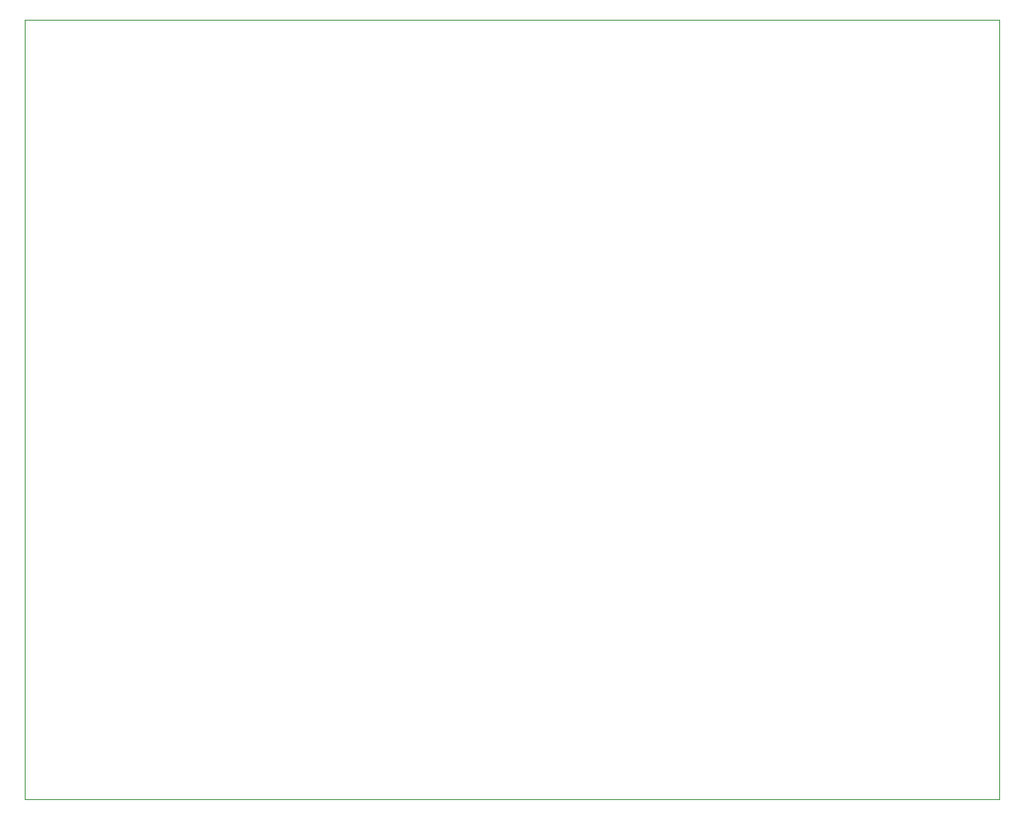
<source format=gm1>
G04 #@! TF.FileFunction,Profile,NP*
%FSLAX46Y46*%
G04 Gerber Fmt 4.6, Leading zero omitted, Abs format (unit mm)*
G04 Created by KiCad (PCBNEW no-vcs-found-product) date Sat 05 Dec 2015 15:20:37 CET*
%MOMM*%
G01*
G04 APERTURE LIST*
%ADD10C,0.150000*%
%ADD11C,0.100000*%
G04 APERTURE END LIST*
D10*
D11*
X100000000Y-130000000D02*
X100000000Y-50000000D01*
X200000000Y-130000000D02*
X100000000Y-130000000D01*
X200000000Y-50000000D02*
X200000000Y-130000000D01*
X100000000Y-50000000D02*
X200000000Y-50000000D01*
M02*

</source>
